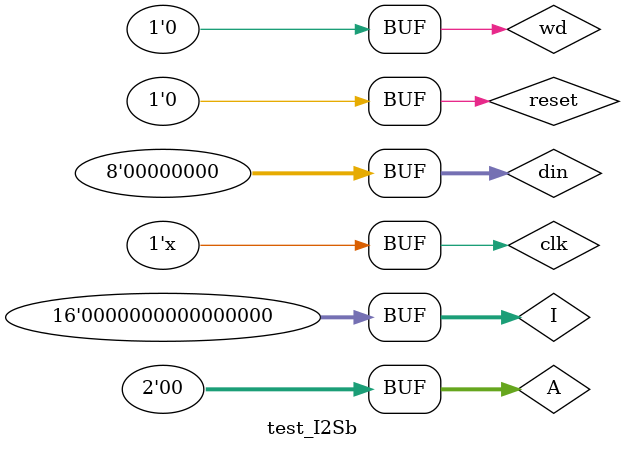
<source format=v>
`timescale 1ns / 1ps


module test_I2Sb;

	// Inputs
	reg clk;
	reg reset;
	reg [7:0] din;
	reg wd;
	reg [1:0] A;
	reg [15:0] I;

	// Outputs
	wire [7:0] dout;
	wire mck;
	wire sck;
	wire lrck;
	wire sd;

	// Instantiate the Unit Under Test (UUT)
	I2Sb uut (
		.clk(clk), 
		.reset(reset), 
		.din(din), 
		.dout(dout), 
		.wd(wd), 
		.A(A), 
		.mck(mck), 
		.sck(sck), 
		.lrck(lrck), 
		.sd(sd), 
		.I(I)
	);

	initial begin
		// Initialize Inputs
		clk = 0;
		reset = 1;
		din = 0;
		wd = 0;
		A = 0;
		I = 0;

		// Wait 100 ns for global reset to finish
		#100;
		reset=0;
        
		// Add stimulus here

	end
	
   always #20
		clk <= ~clk;
		
endmodule


</source>
